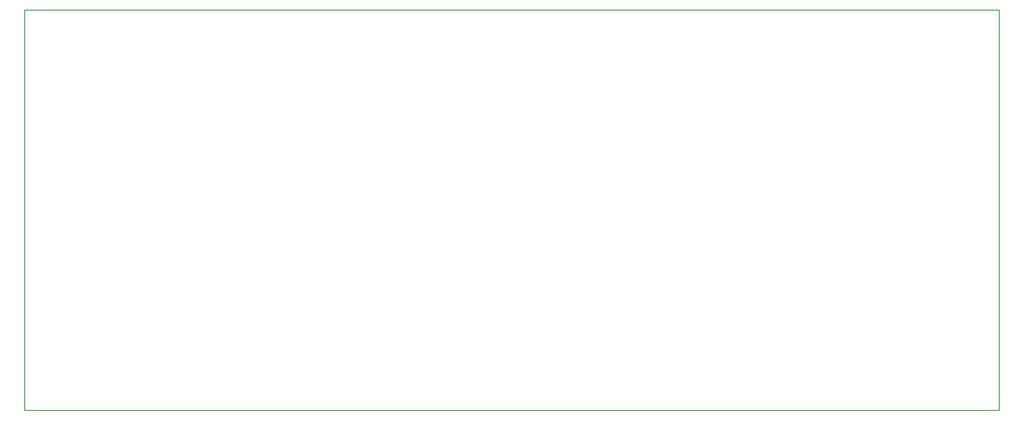
<source format=gko>
G04*
G04 #@! TF.GenerationSoftware,Altium Limited,Altium Designer,19.1.8 (144)*
G04*
G04 Layer_Color=16711935*
%FSLAX25Y25*%
%MOIN*%
G70*
G01*
G75*
%ADD99C,0.00500*%
%ADD100C,0.00551*%
D99*
X0Y-303150D02*
Y0D01*
X736221D01*
Y-303150D02*
Y0D01*
X0Y-303150D02*
X736221D01*
D100*
X0Y0D02*
X736221D01*
X0Y-303150D02*
X736221D01*
Y0D01*
X0Y-303150D02*
Y0D01*
M02*

</source>
